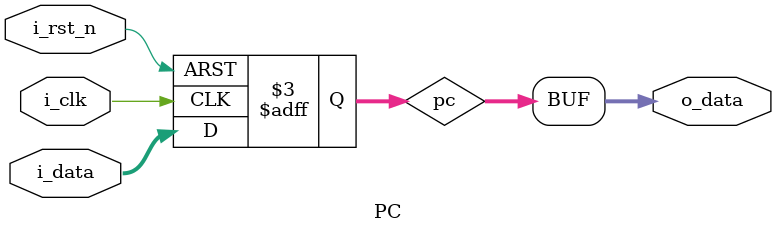
<source format=v>
`timescale 1ns/1ps

module PC(	i_clk,
			i_rst_n,
			i_data,
			o_data
		 );

input i_clk;
input i_rst_n;
input [29:0] i_data;

output [29:0] o_data;

reg [29:0] pc;

always@(posedge i_clk, negedge i_rst_n) begin
	if(!i_rst_n)
		pc <= 0;
	else
		pc <= i_data;
end

assign o_data = pc;

endmodule
</source>
